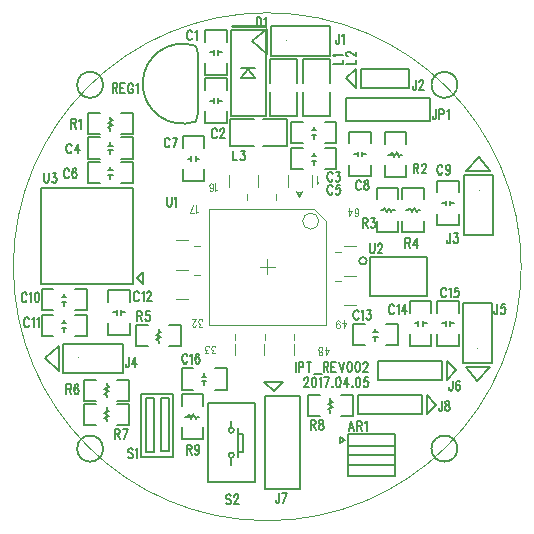
<source format=gbr>
*
*
G04 PADS 9.3 Build Number: 433611 generated Gerber (RS-274-X) file*
G04 PC Version=2.1*
*
%IN "LDC_HW_REV002_Simple2.p"*%
*
%MOIN*%
*
%FSLAX35Y35*%
*
*
*
*
G04 PC Standard Apertures*
*
*
G04 Thermal Relief Aperture macro.*
%AMTER*
1,1,$1,0,0*
1,0,$1-$2,0,0*
21,0,$3,$4,0,0,45*
21,0,$3,$4,0,0,135*
%
*
*
G04 Annular Aperture macro.*
%AMANN*
1,1,$1,0,0*
1,0,$2,0,0*
%
*
*
G04 Odd Aperture macro.*
%AMODD*
1,1,$1,0,0*
1,0,$1-0.005,0,0*
%
*
*
G04 PC Custom Aperture Macros*
*
*
*
*
*
*
G04 PC Aperture Table*
*
%ADD010C,0.001*%
%ADD011C,0.005*%
%ADD034C,0.01*%
%ADD038C,0.00394*%
%ADD044C,0.00003*%
*
*
*
*
G04 PC Circuitry*
G04 Layer Name LDC_HW_REV002_Simple2.p - circuitry*
%LPD*%
*
*
G04 PC Custom Flashes*
G04 Layer Name LDC_HW_REV002_Simple2.p - flashes*
%LPD*%
*
*
G04 PC Circuitry*
G04 Layer Name LDC_HW_REV002_Simple2.p - circuitry*
%LPD*%
*
G54D10*
G01X410730Y421864D02*
X410548Y421739D01*
X410276Y421364*
Y423989*
X413311Y364294D02*
X414224Y366051D01*
X412855*
X413311Y364294D02*
Y366929D01*
X411577Y364294D02*
X411851Y364419D01*
X411942Y364670*
Y364921*
X411851Y365172*
X411668Y365298*
X411303Y365423*
X411030Y365549*
X410847Y365800*
X410756Y366051*
Y366427*
X410847Y366678*
X410938Y366804*
X411212Y366929*
X411577*
X411851Y366804*
X411942Y366678*
X412034Y366427*
Y366051*
X411942Y365800*
X411760Y365549*
X411486Y365423*
X411121Y365298*
X410938Y365172*
X410847Y364921*
Y364670*
X410938Y364419*
X411212Y364294*
X411577*
X422932Y410930D02*
X423023Y410679D01*
X423297Y410554*
X423479*
X423753Y410679*
X423936Y411056*
X424027Y411683*
Y412311*
X423936Y412812*
X423936D02*
X423753Y413063D01*
X423479Y413189*
X423388*
X423114Y413063*
X422932Y412812*
X422932D02*
X422841Y412436D01*
Y412311*
X422932Y411934*
X423114Y411683*
X423388Y411558*
X423479*
X423753Y411683*
X423936Y411934*
X424027Y412311*
X421107Y410554D02*
X422019Y412311D01*
X420650*
X421107Y410554D02*
Y413189D01*
X376822Y419382D02*
X376640Y419257D01*
X376366Y418880*
Y421516*
X374449Y419257D02*
X374541Y419006D01*
X374814Y418880*
X374997*
X375271Y419006*
X375453Y419382*
X375545Y420010*
Y420637*
X375453Y421139*
X375271Y421390*
X374997Y421516*
X374906*
X374632Y421390*
X374449Y421139*
X374358Y420763*
Y420637*
X374449Y420261*
X374632Y420010*
X374906Y419884*
X374997*
X375271Y420010*
X375453Y420261*
X375545Y420637*
X419154Y373152D02*
X420066Y374909D01*
X418697*
X419154Y373152D02*
Y375787D01*
X416690Y374031D02*
X416781Y374407D01*
X416963Y374658*
X417237Y374783*
X417328*
X417602Y374658*
X417785Y374407*
X417876Y374031*
Y373905*
X417785Y373529*
X417602Y373278*
X417328Y373152*
X417237*
X416963Y373278*
X416781Y373529*
X416690Y374031*
Y374658*
X416781Y375285*
X416963Y375662*
X417237Y375787*
X417420*
X417694Y375662*
X417785Y375411*
X370496Y412056D02*
X370313Y411930D01*
X370039Y411554*
Y414189*
X367940Y411554D02*
X368853Y414189D01*
X369218Y411554D02*
X367940D01*
X376156Y364794D02*
X375152D01*
X375699Y365798*
X375425*
X375243Y365923*
X375152Y366049*
X375060Y366425*
Y366676*
X375152Y367053*
X375334Y367304*
X375608Y367429*
X375882*
X376156Y367304*
X376247Y367178*
X376338Y366927*
X374056Y364794D02*
X373053D01*
X373600Y365798*
X373326*
X373144Y365923*
X373053Y366049*
X372961Y366425*
Y366676*
X373053Y367053*
X373235Y367304*
X373509Y367429*
X373783*
X374056Y367304*
X374148Y367178*
X374239Y366927*
X371813Y373636D02*
X370809D01*
X371357Y374640*
X371083*
X370900Y374766*
X370809Y374891*
X370718Y375268*
Y375519*
X370809Y375895*
X370992Y376146*
X371265Y376272*
X371539*
X371813Y376146*
X371904Y376021*
X371996Y375770*
X369805Y374264D02*
Y374138D01*
X369714Y373887*
X369623Y373762*
X369440Y373636*
X369075*
X368893Y373762*
X368801Y373887*
X368710Y374138*
Y374389*
X368801Y374640*
X368984Y375017*
X369896Y376272*
X368619*
G54D11*
X394803Y464094D02*
Y473819D01*
X414764*
Y464094*
X394803*
X393504Y473031D02*
Y464764D01*
X388780Y469094*
X393504Y473031*
X403713Y455043D02*
Y463043D01*
X394713*
Y455043*
X403713Y452043D02*
Y444043D01*
X394713*
Y452043*
X385039Y460039D02*
X389764D01*
X385102Y456496D02*
X389535D01*
X387236Y459646*
X385102Y456496*
X381594Y443898D02*
Y472638D01*
X393209*
Y443898*
X381594*
X414736Y455043D02*
Y463043D01*
X405736*
Y455043*
X414736Y452043D02*
Y444043D01*
X405736*
Y452043*
X373031Y468701D02*
Y472638D01*
X380118*
Y468701*
Y461614D02*
Y457677D01*
X373031*
Y461614*
X375787Y464370D02*
Y465945D01*
X377362Y464370D02*
Y465945D01*
Y465157D02*
X378543D01*
X374606D02*
X375787D01*
X445276Y344488D02*
X424016D01*
Y350787*
X445276*
Y344488*
X446850D02*
Y350787D01*
X450000Y347638*
X446850Y344488*
X349016Y387992D02*
X318307D01*
Y419882*
X349016*
Y387992*
X350197Y389961D02*
X352165Y387992D01*
Y391929*
X350197Y389961*
X389445Y442886D02*
X381445D01*
Y433886*
X389445*
X392445Y442886D02*
X400445D01*
Y433886*
X392445*
X380118Y445472D02*
Y441535D01*
X373031*
Y445472*
Y452559D02*
Y456496D01*
X380118*
Y452559*
X377362Y449803D02*
Y448228D01*
X375787Y449803D02*
Y448228D01*
Y449016D02*
X374606D01*
X378543D02*
X377362D01*
X405709Y434843D02*
X401772D01*
Y441929*
X405709*
X412795D02*
X416732D01*
Y434843*
X412795*
X410039Y437598D02*
X408465D01*
X410039Y439173D02*
X408465D01*
X409252D02*
Y440354D01*
Y436417D02*
Y437598D01*
X369094Y352756D02*
X365157D01*
Y359843*
X369094*
X376181D02*
X380118D01*
Y352756*
X376181*
X373425Y355512D02*
X371850D01*
X373425Y357087D02*
X371850D01*
X372638D02*
Y358268D01*
Y354331D02*
Y355512D01*
X412795Y433268D02*
X416732D01*
Y426181*
X412795*
X405709D02*
X401772D01*
Y433268*
X405709*
X408465Y430512D02*
X410039D01*
X408465Y428937D02*
X410039D01*
X409252D02*
Y427756D01*
Y431693D02*
Y430512D01*
X427953Y396850D02*
X446850D01*
Y383858*
X427953*
Y396850*
X426836Y395669D02*
G75*
G03X426836I-1245J0D01*
G01X441339Y378346D02*
Y382283D01*
X448425*
Y378346*
Y371260D02*
Y367323D01*
X441339*
Y371260*
X444094Y374016D02*
Y375591D01*
X445669Y374016D02*
Y375591D01*
Y374803D02*
X446850D01*
X442913D02*
X444094D01*
X457480Y371260D02*
Y367323D01*
X450394*
Y371260*
Y378346D02*
Y382283D01*
X457480*
Y378346*
X454724Y375591D02*
Y374016D01*
X453150Y375591D02*
Y374016D01*
Y374803D02*
X451969D01*
X455906D02*
X454724D01*
X450394Y418504D02*
Y422441D01*
X457480*
Y418504*
Y411417D02*
Y407480D01*
X450394*
Y411417*
X453150Y414173D02*
Y415748D01*
X454724Y414173D02*
Y415748D01*
Y414961D02*
X455906D01*
X451969D02*
X453150D01*
X468780Y361535D02*
X459055D01*
Y381496*
X468780*
Y361535*
X459843Y360236D02*
X468110D01*
X463780Y355512*
X459843Y360236*
X459173Y424291D02*
X468898D01*
Y404331*
X459173*
Y424291*
X468110Y425591D02*
X459843D01*
X464173Y430315*
X468110Y425591*
X438780Y416142D02*
Y420079D01*
X445866*
Y416142*
Y409055D02*
Y405118D01*
X438780*
Y409055*
X443898Y412598D02*
X444685D01*
X439961D02*
X440748D01*
X441142Y413386*
X441929Y411811*
X442717Y413386*
X443504Y411811*
X443898Y412598*
X430315Y416142D02*
Y420079D01*
X437402*
Y416142*
Y409055D02*
Y405118D01*
X430315*
Y409055*
X435433Y412598D02*
X436220D01*
X431496D02*
X432283D01*
X432677Y413386*
X433465Y411811*
X434252Y413386*
X435039Y411811*
X435433Y412598*
X351772Y351378D02*
X362402D01*
Y330118*
X351772*
Y351378*
X353346Y349803D02*
X356102D01*
Y332087*
X353346*
Y349803*
X358268D02*
X361024D01*
Y332185*
X358268*
Y349803*
X336614Y349016D02*
X332677D01*
Y356102*
X336614*
X343701D02*
X347638D01*
Y349016*
X343701*
X340157Y354134D02*
Y354921D01*
Y350197D02*
Y350984D01*
X339370Y351378*
X340945Y352165*
X339370Y352953*
X340945Y353740*
X340157Y354134*
X336614Y340945D02*
X332677D01*
Y348031*
X336614*
X343701D02*
X347638D01*
Y340945*
X343701*
X340157Y346063D02*
Y346850D01*
Y342126D02*
Y342913D01*
X339370Y343307*
X340945Y344094*
X339370Y344882*
X340945Y345669*
X340157Y346063*
X404528Y350591D02*
Y319488D01*
X393110*
Y350591*
X404528*
X392717Y355315D02*
X399016D01*
X395866Y352165*
X392717Y355315*
X426181Y367520D02*
X422244D01*
Y374606*
X426181*
X433268D02*
X437205D01*
Y367520*
X433268*
X430512Y370276D02*
X428937D01*
X430512Y371850D02*
X428937D01*
X429724D02*
Y373031D01*
Y369094D02*
Y370276D01*
X418307Y350984D02*
X422244D01*
Y343898*
X418307*
X411220D02*
X407283D01*
Y350984*
X411220*
X414764Y345866D02*
Y345079D01*
Y349803D02*
Y349016D01*
X415551Y348622*
X413976Y347835*
X415551Y347047*
X413976Y346260*
X414764Y345866*
X420669Y337992D02*
Y323819D01*
X436417*
Y337992*
X420669*
X418053Y337056D02*
X419653Y335956D01*
X418053Y334856*
Y337056*
X420669Y327706D02*
X436417D01*
X420669Y334106D02*
X436417D01*
X420669Y330906D02*
X436417D01*
X428150Y427756D02*
Y423819D01*
X421063*
Y427756*
Y434843D02*
Y438780D01*
X428150*
Y434843*
X425394Y432087D02*
Y430512D01*
X423819Y432087D02*
Y430512D01*
Y431299D02*
X422638D01*
X426575D02*
X425394D01*
X365551Y433268D02*
Y437205D01*
X372638*
Y433268*
Y426181D02*
Y422244D01*
X365551*
Y426181*
X368307Y428937D02*
Y430512D01*
X369882Y428937D02*
Y430512D01*
Y429724D02*
X371063D01*
X367126D02*
X368307D01*
X389567Y348228D02*
Y321850D01*
X373819*
Y348228*
X389567*
X382573Y339173D02*
G03X382573I-880J0D01*
G01Y330906D02*
G03X382573I-880J0D01*
G01X384055Y339961D02*
Y330118D01*
Y337992D02*
Y332087D01*
X385630*
Y337992*
X384055*
X381693Y342323D02*
Y339961D01*
Y330118D02*
Y327756D01*
X365157Y347244D02*
Y351181D01*
X372244*
Y347244*
Y340157D02*
Y336220D01*
X365157*
Y340157*
X370276Y343701D02*
X371063D01*
X366339D02*
X367126D01*
X367520Y344488*
X368307Y342913*
X369094Y344488*
X369882Y342913*
X370276Y343701*
X353937Y367126D02*
X350000D01*
Y374213*
X353937*
X361024D02*
X364961D01*
Y367126*
X361024*
X357480Y372244D02*
Y373031D01*
Y368307D02*
Y369094D01*
X356693Y369488*
X358268Y370276*
X356693Y371063*
X358268Y371850*
X357480Y372244*
X432874Y434646D02*
Y438583D01*
X439961*
Y434646*
Y427559D02*
Y423622D01*
X432874*
Y427559*
X437992Y431102D02*
X438780D01*
X434055D02*
X434843D01*
X435236Y431890*
X436024Y430315*
X436811Y431890*
X437598Y430315*
X437992Y431102*
X347835Y375000D02*
Y371063D01*
X340748*
Y375000*
Y382087D02*
Y386024D01*
X347835*
Y382087*
X345079Y379331D02*
Y377756D01*
X343504Y379331D02*
Y377756D01*
Y378543D02*
X342323D01*
X346260D02*
X345079D01*
X337795Y437795D02*
X333858D01*
Y444882*
X337795*
X344882D02*
X348819D01*
Y437795*
X344882*
X341339Y442913D02*
Y443701D01*
Y438976D02*
Y439764D01*
X340551Y440157*
X342126Y440945*
X340551Y441732*
X342126Y442520*
X341339Y442913*
X338976Y454331D02*
G03X338976I-4330J0D01*
G01Y333071D02*
G03X338976I-4330J0D01*
G01X457087Y454331D02*
G03X457087I-4331J0D01*
G01Y333071D02*
G03X457087I-4331J0D01*
G01X337795Y421457D02*
X333858D01*
Y428543*
X337795*
X344882D02*
X348819D01*
Y421457*
X344882*
X342126Y424213D02*
X340551D01*
X342126Y425787D02*
X340551D01*
X341339D02*
Y426969D01*
Y423031D02*
Y424213D01*
X337795Y429724D02*
X333858D01*
Y436811*
X337795*
X344882D02*
X348819D01*
Y429724*
X344882*
X342126Y432480D02*
X340551D01*
X342126Y434055D02*
X340551D01*
X341339D02*
Y435236D01*
Y431299D02*
Y432480D01*
X325512Y358386D02*
Y368110D01*
X345472*
Y358386*
X325512*
X324213Y367323D02*
Y359055D01*
X319488Y363386*
X324213Y367323*
X424803Y459646D02*
X440945D01*
Y453346*
X424803*
Y459646*
X423228D02*
Y453346D01*
X420079Y456496*
X423228Y459646*
X370669Y464567D02*
Y444882D01*
X369882Y442126*
X369867Y467328D02*
G03X369889Y442129I-4364J-12604D01*
G01X369882Y467323D02*
X370669Y464567D01*
X322441Y370472D02*
X318504D01*
Y377559*
X322441*
X329528D02*
X333465D01*
Y370472*
X329528*
X326772Y373228D02*
X325197D01*
X326772Y374803D02*
X325197D01*
X325984D02*
Y375984D01*
Y372047D02*
Y373228D01*
X322441Y379134D02*
X318504D01*
Y386220*
X322441*
X329528D02*
X333465D01*
Y379134*
X329528*
X326772Y381890D02*
X325197D01*
X326772Y383465D02*
X325197D01*
X325984D02*
Y384646D01*
Y380709D02*
Y381890D01*
X451969Y356102D02*
X430709D01*
Y362402*
X451969*
Y356102*
X453543D02*
Y362402D01*
X456693Y359252*
X453543Y356102*
X447835Y442126D02*
X419882D01*
Y450000*
X447835*
Y442126*
X417672Y471391D02*
Y468891D01*
X417558Y468423*
X417445Y468266*
X417217Y468110*
X416990*
X416763Y468266*
X416649Y468423*
X416535Y468891*
Y469204*
X418695Y470766D02*
X418922Y470923D01*
X419263Y471391*
Y468110*
X415616Y461417D02*
X418898D01*
Y462781*
X416241Y463804D02*
X416085Y464031D01*
X415616Y464372*
X418898*
X390157Y476903D02*
Y473622D01*
Y476903D02*
X390953D01*
X391294Y476747*
X391521Y476435*
X391635Y476122*
X391748Y475653*
Y474872*
X391635Y474403*
X391521Y474091*
X391294Y473778*
X390953Y473622*
X390157*
X392771Y476278D02*
X392998Y476435D01*
X393339Y476903*
Y473622*
X419947Y461417D02*
X423228D01*
Y462781*
X420728Y463917D02*
X420572D01*
X420260Y464031*
X420103Y464145*
X419947Y464372*
Y464826*
X420103Y465054*
X420260Y465167*
X420572Y465281*
X420885*
X421197Y465167*
X421666Y464940*
X423228Y463804*
Y465395*
X360236Y417061D02*
Y414717D01*
X360350Y414248*
X360577Y413936*
X360918Y413780*
X361145*
X361486Y413936*
X361713Y414248*
X361827Y414717*
Y417061*
X362850Y416436D02*
X363077Y416592D01*
X363418Y417061*
Y413780*
X368634Y471791D02*
X368520Y472104D01*
X368293Y472416*
X368065Y472573*
X368065D02*
X367611D01*
X367384Y472416*
X367156Y472104*
X367043Y471791*
X366929Y471323*
Y470541*
X367043Y470073*
X367156Y469760*
X367384Y469448*
X367611Y469291*
X368065*
X368065D02*
X368293Y469448D01*
X368520Y469760*
X368634Y470073*
X369656Y471948D02*
X369884Y472104D01*
X370225Y472573*
Y469291*
X451924Y348951D02*
Y346451D01*
X451810Y345982*
X451696Y345826*
X451469Y345669*
X451242*
X451015Y345826*
X450901Y345982*
X450787Y346451*
Y346763*
X453515Y348951D02*
X453174Y348794D01*
X453060Y348482*
Y348169*
X453174Y347857*
X453401Y347701*
X453856Y347544*
X454196Y347388*
X454424Y347076*
X454537Y346763*
Y346294*
X454424Y345982*
X454310Y345826*
X453969Y345669*
X453515*
X453174Y345826*
X453060Y345982*
X452946Y346294*
Y346763*
X453060Y347076*
X453287Y347388*
X453628Y347544*
X454083Y347701*
X454310Y347857*
X454424Y348169*
Y348482*
X454310Y348794*
X453969Y348951*
X453515*
X319291Y424935D02*
Y422591D01*
X319405Y422122*
X319632Y421810*
X319973Y421654*
X320200*
X320541Y421810*
X320769Y422122*
X320882Y422591*
Y424935*
X322132D02*
X323382D01*
X322700Y423685*
X323041*
X323269Y423529*
X323382Y423372*
X323496Y422904*
Y422591*
X323382Y422122*
X323155Y421810*
X322814Y421654*
X322473*
X322132Y421810*
X322019Y421966*
X321905Y422279*
X382283Y432415D02*
Y429134D01*
X383647*
X384897Y432415D02*
X386147D01*
X385465Y431165*
X385806*
X386033Y431009*
X386147Y430853*
X386261Y430384*
Y430071*
X386147Y429603*
X385920Y429290*
X385579Y429134*
X385238*
X384897Y429290*
X384783Y429446*
X384670Y429759*
X376901Y439114D02*
X376788Y439427D01*
X376560Y439739*
X376333Y439895*
X375879*
X375651Y439739*
X375424Y439427*
X375310Y439114*
X375197Y438645*
Y437864*
X375310Y437395*
X375424Y437083*
X375651Y436770*
X375879Y436614*
X376333*
X376560Y436770*
X376788Y437083*
X376901Y437395*
X378038Y439114D02*
Y439270D01*
X378151Y439583*
X378265Y439739*
X378492Y439895*
X378947*
X379174Y439739*
X379288Y439583*
X379401Y439270*
Y438958*
X379288Y438645*
X379060Y438177*
X377924Y436614*
X379515*
X415484Y424547D02*
X415370Y424860D01*
X415143Y425172*
X414916Y425328*
X414461*
X414234Y425172*
X414007Y424860*
X413893Y424547*
X413780Y424078*
Y423297*
X413893Y422828*
X414007Y422516*
X414234Y422203*
X414461Y422047*
X414916*
X415143Y422203*
X415370Y422516*
X415484Y422828*
X416734Y425328D02*
X417984D01*
X417302Y424078*
X417643*
X417870Y423922*
X417984Y423766*
X418098Y423297*
Y422985*
X417984Y422516*
X417757Y422203*
X417416Y422047*
X417075*
X416734Y422203*
X416620Y422360*
X416507Y422672*
X367059Y363917D02*
X366945Y364230D01*
X366718Y364542*
X366491Y364699*
X366036*
X365809Y364542*
X365582Y364230*
X365468Y363917*
X365354Y363449*
Y362667*
X365468Y362199*
X365582Y361886*
X365809Y361574*
X366036Y361417*
X366491*
X366718Y361574*
X366945Y361886*
X367059Y362199*
X368082Y364074D02*
X368309Y364230D01*
X368650Y364699*
Y361417*
X371036Y364230D02*
X370923Y364542D01*
X370582Y364699*
X370354*
X370013Y364542*
X369786Y364074*
X369673Y363292*
Y362511*
X369786Y361886*
X370013Y361574*
X370354Y361417*
X370468*
X370809Y361574*
X371036Y361886*
X371150Y362355*
Y362511*
X371036Y362980*
X370809Y363292*
X370468Y363449*
X370354*
X370013Y363292*
X369786Y362980*
X369673Y362511*
X415484Y420217D02*
X415370Y420529D01*
X415143Y420842*
X414916Y420998*
X414461*
X414234Y420842*
X414007Y420529*
X413893Y420217*
X413780Y419748*
Y418967*
X413893Y418498*
X414007Y418185*
X414234Y417873*
X414461Y417717*
X414916*
X415143Y417873*
X415370Y418185*
X415484Y418498*
X417984Y420998D02*
X416848D01*
X416734Y419592*
X416848Y419748*
X417189Y419904*
X417530*
X417870Y419748*
X418098Y419435*
X418211Y418967*
X418098Y418654*
X417984Y418185*
X417757Y417873*
X417416Y417717*
X417075*
X416734Y417873*
X416620Y418029*
X416507Y418342*
X427900Y401481D02*
Y399138D01*
X428014Y398669*
X428241Y398356*
X428582Y398200*
X428810*
X429150Y398356*
X429378Y398669*
X429491Y399138*
Y401481*
X430628Y400700D02*
Y400856D01*
X430741Y401169*
X430855Y401325*
X431082Y401481*
X431537*
X431764Y401325*
X431878Y401169*
X431991Y400856*
Y400544*
X431878Y400231*
X431650Y399763*
X430514Y398200*
X432105*
X435957Y380453D02*
X435843Y380765D01*
X435616Y381078*
X435388Y381234*
X434934*
X434707Y381078*
X434479Y380765*
X434366Y380453*
X434252Y379984*
Y379203*
X434366Y378734*
X434479Y378422*
X434707Y378109*
X434934Y377953*
X435388*
X435616Y378109*
X435843Y378422*
X435957Y378734*
X436979Y380609D02*
X437207Y380765D01*
X437547Y381234*
Y377953*
X439707Y381234D02*
X438570Y379047D01*
X440275*
X439707Y381234D02*
Y377953D01*
X453279Y385965D02*
X453166Y386277D01*
X452938Y386590*
X452711Y386746*
X452257*
X452029Y386590*
X451802Y386277*
X451688Y385965*
X451575Y385496*
Y384715*
X451688Y384246*
X451802Y383933*
X452029Y383621*
X452257Y383465*
X452711*
X452938Y383621*
X453166Y383933*
X453279Y384246*
X454302Y386121D02*
X454529Y386277D01*
X454870Y386746*
Y383465*
X457370Y386746D02*
X456234D01*
X456120Y385340*
X456234Y385496*
X456575Y385652*
X456916*
X457257Y385496*
X457484Y385183*
X457598Y384715*
X457484Y384402*
X457370Y383933*
X457143Y383621*
X456802Y383465*
X456461*
X456120Y383621*
X456007Y383777*
X455893Y384090*
X452098Y426909D02*
X451985Y427222D01*
X451757Y427534*
X451530Y427691*
X451076*
X450848Y427534*
X450621Y427222*
X450507Y426909*
X450394Y426441*
Y425659*
X450507Y425191*
X450621Y424878*
X450848Y424566*
X451076Y424409*
X451530*
X451757Y424566*
X451985Y424878*
X452098Y425191*
X454598Y426597D02*
X454485Y426128D01*
X454257Y425816*
X453916Y425659*
X453803*
X453462Y425816*
X453235Y426128*
X453121Y426597*
Y426753*
X453235Y427222*
X453462Y427534*
X453803Y427691*
X453916*
X454257Y427534*
X454485Y427222*
X454598Y426597*
Y425816*
X454485Y425034*
X454257Y424566*
X453916Y424409*
X453689*
X453348Y424566*
X453235Y424878*
X470428Y381234D02*
Y378734D01*
X470314Y378265*
X470200Y378109*
X469973Y377953*
X469746*
X469519Y378109*
X469405Y378265*
X469291Y378734*
Y379047*
X472928Y381234D02*
X471791D01*
X471678Y379828*
X471791Y379984*
X472132Y380140*
X472473*
X472814Y379984*
X473041Y379672*
X473155Y379203*
X473041Y378890*
X472928Y378422*
X472700Y378109*
X472360Y377953*
X472019*
X471678Y378109*
X471564Y378265*
X471450Y378578*
X454680Y404856D02*
Y402356D01*
X454566Y401887*
X454452Y401731*
X454225Y401575*
X453998*
X453771Y401731*
X453657Y401887*
X453543Y402356*
Y402669*
X455930Y404856D02*
X457180D01*
X456498Y403606*
X456839*
X457066Y403450*
X457180Y403294*
X457293Y402825*
Y402512*
X457180Y402044*
X456952Y401731*
X456611Y401575*
X456271*
X455930Y401731*
X455816Y401887*
X455702Y402200*
X439764Y403281D02*
Y400000D01*
Y403281D02*
X440787D01*
X441127Y403125*
X441241Y402969*
X441355Y402656*
Y402344*
X441241Y402031*
X441127Y401875*
X440787Y401719*
X439764*
X440559D02*
X441355Y400000D01*
X443514Y403281D02*
X442377Y401094D01*
X444082*
X443514Y403281D02*
Y400000D01*
X425591Y409974D02*
Y406693D01*
Y409974D02*
X426613D01*
X426954Y409818*
X427068Y409662*
X427181Y409349*
Y409037*
X427068Y408724*
X426954Y408568*
X426613Y408412*
X425591*
X426386D02*
X427181Y406693D01*
X428431Y409974D02*
X429681D01*
X429000Y408724*
X429341*
X429568Y408568*
X429681Y408412*
X429795Y407943*
Y407630*
X429681Y407162*
X429454Y406849*
X429113Y406693*
X428772*
X428431Y406849*
X428318Y407005*
X428204Y407318*
X348835Y332734D02*
X348608Y333046D01*
X348267Y333203*
X347812*
X347471Y333046*
X347244Y332734*
Y332421*
X347358Y332109*
X347471Y331953*
X347699Y331796*
X348380Y331484*
X348608Y331328*
X348721Y331171*
X348835Y330859*
Y330390*
X348608Y330078*
X348267Y329921*
X347812*
X347471Y330078*
X347244Y330390*
X349858Y332578D02*
X350085Y332734D01*
X350426Y333203*
Y329921*
X326772Y354462D02*
Y351181D01*
Y354462D02*
X327794D01*
X328135Y354306*
X328249Y354150*
X328363Y353837*
Y353525*
X328249Y353212*
X328135Y353056*
X327794Y352900*
X326772*
X327567D02*
X328363Y351181D01*
X330749Y353994D02*
X330635Y354306D01*
X330294Y354462*
X330067*
X329726Y354306*
X329499Y353837*
X329385Y353056*
Y352275*
X329499Y351650*
X329726Y351337*
X330067Y351181*
X330181*
X330522Y351337*
X330749Y351650*
X330863Y352119*
Y352275*
X330749Y352744*
X330522Y353056*
X330181Y353212*
X330067*
X329726Y353056*
X329499Y352744*
X329385Y352275*
X342913Y339502D02*
Y336220D01*
Y339502D02*
X343936D01*
X344277Y339345*
X344391Y339189*
X344504Y338877*
Y338564*
X344391Y338252*
X344277Y338095*
X343936Y337939*
X342913*
X343709D02*
X344504Y336220D01*
X347118Y339502D02*
X345982Y336220D01*
X345527Y339502D02*
X347118D01*
X397593Y318242D02*
Y315742D01*
X397479Y315273*
X397366Y315117*
X397139Y314961*
X396911*
X396684Y315117*
X396570Y315273*
X396457Y315742*
Y316054*
X400207Y318242D02*
X399070Y314961D01*
X398616Y318242D02*
X400207D01*
X424145Y378484D02*
X424032Y378797D01*
X423805Y379109*
X423577Y379265*
X423577D02*
X423123D01*
X423123D02*
X422895Y379109D01*
X422668Y378797*
X422555Y378484*
X422441Y378015*
X422441D02*
Y377234D01*
X422555Y376765*
X422555D02*
X422668Y376453D01*
X422895Y376140*
X422895D02*
X423123Y375984D01*
X423577*
X423805Y376140*
X423805D02*
X424032Y376453D01*
X424145Y376765*
X425168Y378640D02*
X425395Y378797D01*
X425736Y379265*
X425736D02*
Y375984D01*
X426986Y379265D02*
X428236D01*
X428236D02*
X427555Y378015D01*
X427555D02*
X427895D01*
X427895D02*
X428123Y377859D01*
X428236Y377703*
X428350Y377234*
Y376922*
X428236Y376453*
X428009Y376140*
X428009D02*
X427668Y375984D01*
X427327*
X426986Y376140*
X426986D02*
X426873Y376297D01*
X426759Y376609*
X408268Y342651D02*
Y339370D01*
Y342651D02*
X409290D01*
X409631Y342495*
X409745Y342339*
X409859Y342026*
Y341714*
X409745Y341401*
X409631Y341245*
X409290Y341089*
X408268*
X409063D02*
X409859Y339370D01*
X411450Y342651D02*
X411109Y342495D01*
X410995Y342183*
Y341870*
X411109Y341558*
X411336Y341401*
X411790Y341245*
X412131Y341089*
X412359Y340776*
X412472Y340464*
Y339995*
X412359Y339683*
X412245Y339526*
X411904Y339370*
X411450*
X411109Y339526*
X410995Y339683*
X410881Y339995*
Y340464*
X410995Y340776*
X411222Y341089*
X411563Y341245*
X412018Y341401*
X412245Y341558*
X412359Y341870*
Y342183*
X412245Y342495*
X411904Y342651*
X411450*
X421775Y342258D02*
X420866Y338976D01*
X421775Y342258D02*
X422684Y338976D01*
X421207Y340070D02*
X422343D01*
X423707Y342258D02*
Y338976D01*
Y342258D02*
X424730D01*
X425071Y342101*
X425184Y341945*
X425298Y341633*
Y341320*
X425184Y341008*
X425071Y340851*
X424730Y340695*
X423707*
X424503D02*
X425298Y338976D01*
X426321Y341633D02*
X426548Y341789D01*
X426889Y342258*
Y338976*
X424933Y421791D02*
X424819Y422104D01*
X424592Y422416*
X424365Y422573*
X423910*
X423683Y422416*
X423456Y422104*
X423342Y421791*
X423228Y421323*
Y420541*
X423342Y420073*
X423456Y419760*
X423683Y419448*
X423910Y419291*
X424365*
X424592Y419448*
X424819Y419760*
X424933Y420073*
X426524Y422573D02*
X426183Y422416D01*
X426069Y422104*
Y421791*
X426183Y421479*
X426410Y421323*
X426865Y421166*
X427206Y421010*
X427433Y420698*
X427547Y420385*
Y419916*
X427433Y419604*
X427319Y419448*
X426978Y419291*
X426524*
X426183Y419448*
X426069Y419604*
X425956Y419916*
Y420385*
X426069Y420698*
X426297Y421010*
X426637Y421166*
X427092Y421323*
X427319Y421479*
X427433Y421791*
Y422104*
X427319Y422416*
X426978Y422573*
X426524*
X361153Y435965D02*
X361040Y436277D01*
X360812Y436590*
X360585Y436746*
X360131*
X359903Y436590*
X359676Y436277*
X359562Y435965*
X359449Y435496*
Y434715*
X359562Y434246*
X359676Y433933*
X359903Y433621*
X360131Y433465*
X360585*
X360812Y433621*
X361040Y433933*
X361153Y434246*
X363767Y436746D02*
X362631Y433465D01*
X362176Y436746D02*
X363767D01*
X381512Y317379D02*
X381285Y317692D01*
X380944Y317848*
X380489*
X380149Y317692*
X379921Y317379*
Y317067*
X380035Y316754*
X380149Y316598*
X380376Y316442*
X381058Y316129*
X381285Y315973*
X381399Y315817*
X381512Y315504*
Y315036*
X381285Y314723*
X380944Y314567*
X380489*
X380149Y314723*
X379921Y315036*
X382649Y317067D02*
Y317223D01*
X382762Y317536*
X382876Y317692*
X383103Y317848*
X383558*
X383785Y317692*
X383899Y317536*
X384012Y317223*
Y316911*
X383899Y316598*
X383671Y316129*
X382535Y314567*
X384126*
X366929Y334384D02*
Y331102D01*
Y334384D02*
X367952D01*
X368293Y334227*
X368406Y334071*
X368520Y333759*
Y333446*
X368406Y333134*
X368293Y332977*
X367952Y332821*
X366929*
X367725D02*
X368520Y331102D01*
X371020Y333290D02*
X370906Y332821D01*
X370679Y332509*
X370338Y332352*
X370225*
X369884Y332509*
X369656Y332821*
X369543Y333290*
Y333446*
X369656Y333915*
X369884Y334227*
X370225Y334384*
X370338*
X370679Y334227*
X370906Y333915*
X371020Y333290*
Y332509*
X370906Y331727*
X370679Y331259*
X370338Y331102*
X370111*
X369770Y331259*
X369656Y331571*
X350394Y378872D02*
Y375591D01*
Y378872D02*
X351416D01*
X351757Y378716*
X351871Y378559*
X351985Y378247*
Y377934*
X351871Y377622*
X351757Y377466*
X351416Y377309*
X350394*
X351189D02*
X351985Y375591D01*
X354485Y378872D02*
X353348D01*
X353235Y377466*
X353348Y377622*
X353689Y377778*
X354030*
X354371Y377622*
X354598Y377309*
X354712Y376841*
X354598Y376528*
X354485Y376059*
X354257Y375747*
X353916Y375591*
X353576*
X353235Y375747*
X353121Y375903*
X353007Y376216*
X442520Y428084D02*
Y424803D01*
Y428084D02*
X443542D01*
X443883Y427928*
X443997Y427772*
X444111Y427459*
Y427147*
X443997Y426834*
X443883Y426678*
X443542Y426522*
X442520*
X443315D02*
X444111Y424803D01*
X445247Y427303D02*
Y427459D01*
X445361Y427772*
X445474Y427928*
X445702Y428084*
X446156*
X446383Y427928*
X446497Y427772*
X446611Y427459*
Y427147*
X446497Y426834*
X446270Y426366*
X445133Y424803*
X446724*
X350917Y384783D02*
X350804Y385096D01*
X350576Y385408*
X350349Y385565*
X349894*
X349667Y385408*
X349440Y385096*
X349326Y384783*
X349213Y384315*
Y383533*
X349326Y383065*
X349440Y382752*
X349667Y382440*
X349894Y382283*
X350349*
X350576Y382440*
X350804Y382752*
X350917Y383065*
X351940Y384940D02*
X352167Y385096D01*
X352508Y385565*
Y382283*
X353644Y384783D02*
Y384940D01*
X353758Y385252*
X353872Y385408*
X354099Y385565*
X354554*
X354781Y385408*
X354894Y385252*
X355008Y384940*
Y384627*
X354894Y384315*
X354667Y383846*
X353531Y382283*
X355122*
X328346Y443045D02*
Y439764D01*
Y443045D02*
X329369D01*
X329710Y442889*
X329824Y442733*
X329937Y442420*
Y442108*
X329824Y441795*
X329710Y441639*
X329369Y441483*
X328346*
X329142D02*
X329937Y439764D01*
X330960Y442420D02*
X331187Y442576D01*
X331528Y443045*
Y439764*
X327689Y425728D02*
X327575Y426041D01*
X327348Y426353*
X327121Y426510*
X326666*
X326439Y426353*
X326212Y426041*
X326098Y425728*
X325984Y425260*
Y424478*
X326098Y424010*
X326212Y423697*
X326439Y423385*
X326666Y423228*
X327121*
X327348Y423385*
X327575Y423697*
X327689Y424010*
X330075Y426041D02*
X329962Y426353D01*
X329621Y426510*
X329393*
X329052Y426353*
X328825Y425885*
X328712Y425103*
Y424322*
X328825Y423697*
X329052Y423385*
X329393Y423228*
X329507*
X329848Y423385*
X330075Y423697*
X330189Y424166*
Y424322*
X330075Y424791*
X329848Y425103*
X329507Y425260*
X329393*
X329052Y425103*
X328825Y424791*
X328712Y424322*
X328476Y433996D02*
X328363Y434309D01*
X328135Y434621*
X327908Y434777*
X327453*
X327226Y434621*
X326999Y434309*
X326885Y433996*
X326772Y433527*
Y432746*
X326885Y432277*
X326999Y431965*
X327226Y431652*
X327453Y431496*
X327908*
X328135Y431652*
X328363Y431965*
X328476Y432277*
X330635Y434777D02*
X329499Y432590D01*
X331203*
X330635Y434777D02*
Y431496D01*
X347593Y363517D02*
Y361017D01*
X347479Y360549*
X347366Y360392*
X347139Y360236*
X346911*
X346684Y360392*
X346570Y360549*
X346457Y361017*
Y361330*
X349752Y363517D02*
X348616Y361330D01*
X350320*
X349752Y363517D02*
Y360236D01*
X443262Y456037D02*
Y453537D01*
X443149Y453068*
X443035Y452912*
X442808Y452756*
X442581*
X442353Y452912*
X442240Y453068*
X442126Y453537*
Y453850*
X444399Y455256D02*
Y455412D01*
X444512Y455725*
X444626Y455881*
X444853Y456037*
X445308*
X445535Y455881*
X445649Y455725*
X445762Y455412*
Y455100*
X445649Y454787*
X445421Y454318*
X444285Y452756*
X445876*
X342126Y454856D02*
Y451575D01*
Y454856D02*
X343149D01*
X343490Y454700*
X343603Y454544*
X343717Y454231*
Y453919*
X343603Y453606*
X343490Y453450*
X343149Y453294*
X342126*
X342921D02*
X343717Y451575D01*
X344740Y454856D02*
Y451575D01*
Y454856D02*
X346217D01*
X344740Y453294D02*
X345649D01*
X344740Y451575D02*
X346217D01*
X348944Y454075D02*
X348831Y454387D01*
X348603Y454700*
X348376Y454856*
X347921*
X347694Y454700*
X347467Y454387*
X347353Y454075*
X347240Y453606*
Y452825*
X347353Y452356*
X347467Y452044*
X347694Y451731*
X347921Y451575*
X348376*
X348603Y451731*
X348831Y452044*
X348944Y452356*
Y452825*
X348376D02*
X348944D01*
X349967Y454231D02*
X350194Y454387D01*
X350535Y454856*
Y451575*
X314303Y376122D02*
X314189Y376435D01*
X313962Y376747*
X313735Y376903*
X313280*
X313053Y376747*
X312826Y376435*
X312712Y376122*
X312598Y375653*
Y374872*
X312712Y374403*
X312826Y374091*
X313053Y373778*
X313280Y373622*
X313735*
X313962Y373778*
X314189Y374091*
X314303Y374403*
X315326Y376278D02*
X315553Y376435D01*
X315894Y376903*
Y373622*
X316917Y376278D02*
X317144Y376435D01*
X317485Y376903*
Y373622*
X313516Y384390D02*
X313402Y384702D01*
X313175Y385015*
X312947Y385171*
X312493*
X312266Y385015*
X312038Y384702*
X311925Y384390*
X311811Y383921*
Y383140*
X311925Y382671*
X312038Y382359*
X312266Y382046*
X312493Y381890*
X312947*
X313175Y382046*
X313402Y382359*
X313516Y382671*
X314538Y384546D02*
X314766Y384702D01*
X315106Y385171*
Y381890*
X316811Y385171D02*
X316470Y385015D01*
X316243Y384546*
X316129Y383765*
Y383296*
X316243Y382515*
X316470Y382046*
X316811Y381890*
X317038*
X317379Y382046*
X317606Y382515*
X317720Y383296*
Y383765*
X317606Y384546*
X317379Y385015*
X317038Y385171*
X316811*
X455467Y355643D02*
Y353143D01*
X455353Y352675*
X455240Y352518*
X455013Y352362*
X454785*
X454558Y352518*
X454444Y352675*
X454331Y353143*
Y353456*
X457853Y355175D02*
X457740Y355487D01*
X457399Y355643*
X457172*
X456831Y355487*
X456603Y355018*
X456490Y354237*
Y353456*
X456603Y352831*
X456831Y352518*
X457172Y352362*
X457285*
X457626Y352518*
X457853Y352831*
X457967Y353300*
Y353456*
X457853Y353925*
X457626Y354237*
X457285Y354393*
X457172*
X456831Y354237*
X456603Y353925*
X456490Y353456*
X449955Y446195D02*
Y443695D01*
X449842Y443226*
X449728Y443070*
X449501Y442913*
X449273*
X449046Y443070*
X448933Y443226*
X448819Y443695*
Y444007*
X450978Y446195D02*
Y442913D01*
Y446195D02*
X452001D01*
X452342Y446038*
X452455Y445882*
X452569Y445570*
Y445101*
X452455Y444788*
X452342Y444632*
X452001Y444476*
X450978*
X453592Y445570D02*
X453819Y445726D01*
X454160Y446195*
Y442913*
X403150Y361943D02*
Y358661D01*
X404172Y361943D02*
Y358661D01*
Y361943D02*
X405195D01*
X405536Y361786*
X405650Y361630*
X405763Y361318*
Y360849*
X405650Y360536*
X405536Y360380*
X405195Y360224*
X404172*
X407581Y361943D02*
Y358661D01*
X406786Y361943D02*
X408377D01*
X409400Y358036D02*
X411786D01*
X412468Y361943D02*
Y358661D01*
Y361943D02*
X413491D01*
X413831Y361786*
X413945Y361630*
X414059Y361318*
Y361005*
X413945Y360693*
X413831Y360536*
X413491Y360380*
X412468*
X413263D02*
X414059Y358661D01*
X415081Y361943D02*
Y358661D01*
Y361943D02*
X416559D01*
X415081Y360380D02*
X415991D01*
X415081Y358661D02*
X416559D01*
X417581Y361943D02*
X418491Y358661D01*
X419400Y361943D02*
X418491Y358661D01*
X421104Y361943D02*
X420763Y361786D01*
X420536Y361318*
X420422Y360536*
Y360068*
X420536Y359286*
X420763Y358818*
X421104Y358661*
X421331*
X421672Y358818*
X421900Y359286*
X422013Y360068*
Y360536*
X421900Y361318*
X421672Y361786*
X421331Y361943*
X421104*
X423718D02*
X423377Y361786D01*
X423150Y361318*
X423036Y360536*
Y360068*
X423150Y359286*
X423377Y358818*
X423718Y358661*
X423945*
X424286Y358818*
X424513Y359286*
X424627Y360068*
Y360536*
X424513Y361318*
X424286Y361786*
X423945Y361943*
X423718*
X425763Y361161D02*
Y361318D01*
X425877Y361630*
X425991Y361786*
X426218Y361943*
X426672*
X426900Y361786*
X427013Y361630*
X427127Y361318*
Y361005*
X427013Y360693*
X426786Y360224*
X425650Y358661*
X427241*
X406019Y356043D02*
Y356200D01*
X406133Y356512*
X406246Y356668*
X406474Y356825*
X406928*
X407156Y356668*
X407269Y356512*
X407383Y356200*
Y355887*
X407269Y355575*
X407042Y355106*
X405906Y353543*
X407496*
X409201Y356825D02*
X408860Y356668D01*
X408633Y356200*
X408519Y355418*
Y354950*
X408633Y354168*
X408860Y353700*
X409201Y353543*
X409428*
X409769Y353700*
X409996Y354168*
X410110Y354950*
Y355418*
X409996Y356200*
X409769Y356668*
X409428Y356825*
X409201*
X411133Y356200D02*
X411360Y356356D01*
X411701Y356825*
Y353543*
X414315Y356825D02*
X413178Y353543D01*
X412724Y356825D02*
X414315D01*
X415451Y353856D02*
X415337Y353700D01*
X415451Y353543*
X415565Y353700*
X415451Y353856*
X417269Y356825D02*
X416928Y356668D01*
X416701Y356200*
X416587Y355418*
Y354950*
X416701Y354168*
X416928Y353700*
X417269Y353543*
X417496*
X417837Y353700*
X418065Y354168*
X418178Y354950*
Y355418*
X418065Y356200*
X417837Y356668*
X417496Y356825*
X417269*
X420337D02*
X419201Y354637D01*
X420906*
X420337Y356825D02*
Y353543D01*
X422042Y353856D02*
X421928Y353700D01*
X422042Y353543*
X422156Y353700*
X422042Y353856*
X423860Y356825D02*
X423519Y356668D01*
X423292Y356200*
X423178Y355418*
Y354950*
X423292Y354168*
X423519Y353700*
X423860Y353543*
X424087*
X424428Y353700*
X424656Y354168*
X424769Y354950*
Y355418*
X424656Y356200*
X424428Y356668*
X424087Y356825*
X423860*
X427269D02*
X426133D01*
X426019Y355418*
X426133Y355575*
X426474Y355731*
X426815*
X427156Y355575*
X427383Y355262*
X427496Y354793*
X427383Y354481*
X427269Y354012*
X427042Y353700*
X426701Y353543*
X426360*
X426019Y353700*
X425906Y353856*
X425792Y354168*
G54D34*
X381890Y473819D02*
X392913D01*
G54D38*
X405471Y408909D02*
G03X408184Y406195I2713J-0D01*
X410898Y408909I0J2714*
X408184Y411622I-2714J-0*
X405471Y408909I0J-2713*
G01X393701Y396201D02*
Y391201D01*
X396201Y393701D02*
X391201D01*
X404683Y418589D02*
X404283Y417689D01*
X403883Y418589*
X404683*
X403283Y418989D02*
X404283Y416989D01*
X405283Y418989*
X396634Y418005D02*
Y416005D01*
X386794Y418005D02*
Y416005D01*
X371186Y400577D02*
X369186D01*
X371171Y390933D02*
X369171D01*
X382820Y371433D02*
Y369433D01*
X392803Y371329D02*
Y369329D01*
X402500Y371433D02*
Y369433D01*
X418260Y388859D02*
X416260D01*
X418192Y398571D02*
X416192D01*
X374126Y413084D02*
Y374318D01*
X413276*
Y409069*
X409261Y413084*
X374126*
X408465Y424213D02*
Y420276D01*
X390748Y424213D02*
Y420276D01*
X367126Y402559D02*
X363189D01*
X367126Y382874D02*
X363189D01*
X392717Y368110D02*
Y364173D01*
X400591Y424213D02*
Y420276D01*
X380906Y424213D02*
Y420276D01*
X367126Y392717D02*
X363189D01*
X382874Y368110D02*
Y364173D01*
X402559Y368110D02*
Y364173D01*
X423228Y400591D02*
X419291D01*
X423228Y380906D02*
X419291D01*
X423228Y390748D02*
X419291D01*
X478346Y393701D02*
G03X478346I-84645J0D01*
G54D44*
G01X399810Y469254D02*
Y469238D01*
Y469235*
X399809Y469234*
X399807Y469233*
X399806*
X399805Y469234*
X399804Y469235*
X399803Y469238*
Y469240*
X399817Y469250D02*
X399818Y469251D01*
X399820Y469254*
Y469233*
X463620Y366543D02*
X463636D01*
X463639Y366542*
X463640Y366541*
X463641Y366540*
Y366538*
X463640Y366537*
X463639Y366536*
X463636Y366535*
X463634*
X463620Y366558D02*
Y366551D01*
X463629*
X463628*
X463627Y366553*
Y366556*
X463628Y366558*
X463630Y366559*
X463633Y366560*
X463635Y366559*
X463638Y366558*
X463640Y366557*
X463641Y366555*
Y366553*
X463640Y366551*
X463639Y366550*
X463637Y366549*
X464333Y419284D02*
X464317D01*
X464314Y419285*
X464313Y419286*
X464312Y419287*
Y419288*
X464313Y419290*
X464314Y419291*
X464317*
X464319*
X464333Y419276D02*
Y419268D01*
X464325Y419273*
Y419270*
X464324Y419269*
X464323Y419268*
X464320*
X464318*
X464315*
X464313Y419270*
X464312Y419272*
Y419274*
X464313Y419276*
X464314Y419277*
X464316Y419278*
X330519Y363545D02*
Y363529D01*
X330518Y363526*
Y363525*
X330516Y363524*
X330515*
X330513Y363525*
Y363526*
X330512Y363529*
Y363531*
X330533Y363545D02*
X330525Y363531D01*
X330536*
X330533Y363545D02*
Y363524D01*
G74*
X0Y0D02*
M02*

</source>
